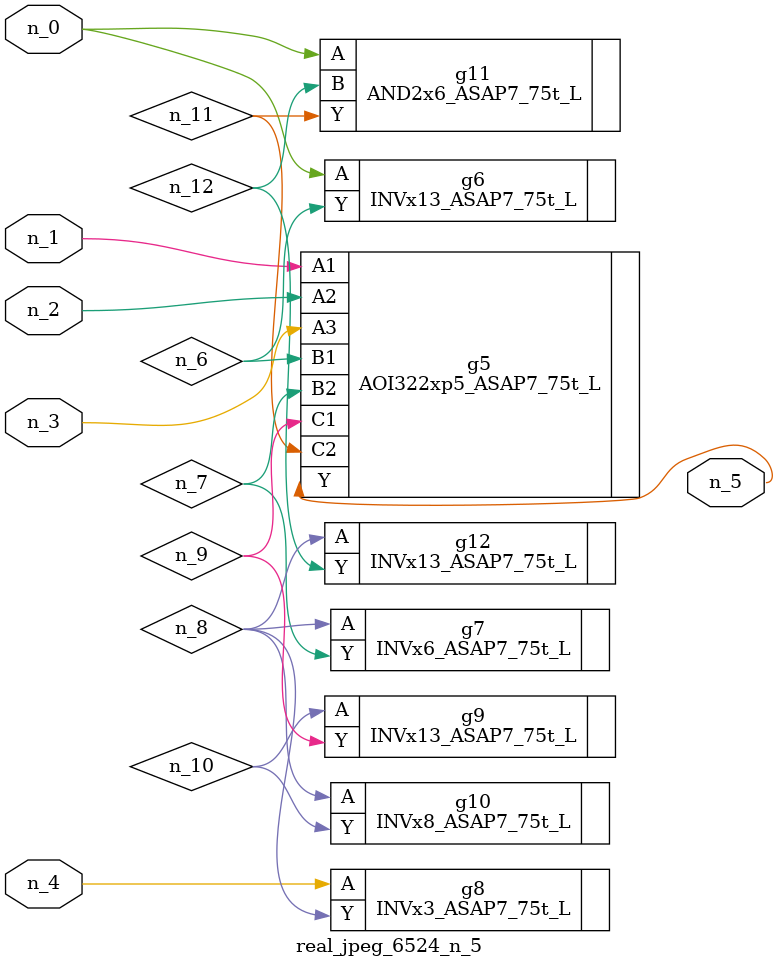
<source format=v>
module real_jpeg_6524_n_5 (n_4, n_0, n_1, n_2, n_3, n_5);

input n_4;
input n_0;
input n_1;
input n_2;
input n_3;

output n_5;

wire n_12;
wire n_8;
wire n_11;
wire n_6;
wire n_7;
wire n_10;
wire n_9;

INVx13_ASAP7_75t_L g6 ( 
.A(n_0),
.Y(n_6)
);

AND2x6_ASAP7_75t_L g11 ( 
.A(n_0),
.B(n_12),
.Y(n_11)
);

AOI322xp5_ASAP7_75t_L g5 ( 
.A1(n_1),
.A2(n_2),
.A3(n_3),
.B1(n_6),
.B2(n_7),
.C1(n_9),
.C2(n_11),
.Y(n_5)
);

INVx3_ASAP7_75t_L g8 ( 
.A(n_4),
.Y(n_8)
);

INVx6_ASAP7_75t_L g7 ( 
.A(n_8),
.Y(n_7)
);

INVx8_ASAP7_75t_L g10 ( 
.A(n_8),
.Y(n_10)
);

INVx13_ASAP7_75t_L g12 ( 
.A(n_8),
.Y(n_12)
);

INVx13_ASAP7_75t_L g9 ( 
.A(n_10),
.Y(n_9)
);


endmodule
</source>
